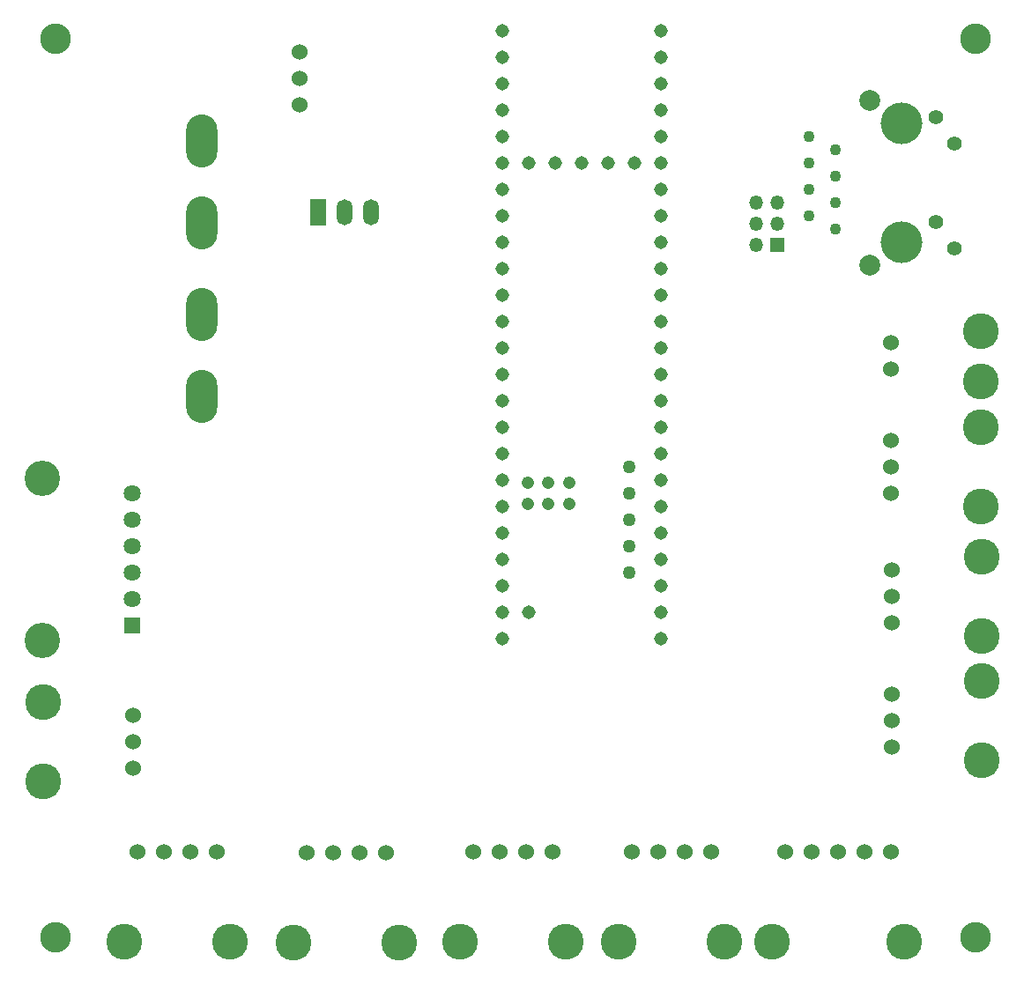
<source format=gbr>
%TF.GenerationSoftware,KiCad,Pcbnew,(6.0.7)*%
%TF.CreationDate,2022-11-16T19:30:54-06:00*%
%TF.ProjectId,ScienceSensor,53636965-6e63-4655-9365-6e736f722e6b,rev?*%
%TF.SameCoordinates,Original*%
%TF.FileFunction,Soldermask,Bot*%
%TF.FilePolarity,Negative*%
%FSLAX46Y46*%
G04 Gerber Fmt 4.6, Leading zero omitted, Abs format (unit mm)*
G04 Created by KiCad (PCBNEW (6.0.7)) date 2022-11-16 19:30:54*
%MOMM*%
%LPD*%
G01*
G04 APERTURE LIST*
%ADD10C,1.308000*%
%ADD11C,1.258000*%
%ADD12C,1.208000*%
%ADD13C,3.450000*%
%ADD14C,1.524000*%
%ADD15O,3.000000X5.100000*%
%ADD16C,2.946400*%
%ADD17R,1.500000X2.500000*%
%ADD18O,1.500000X2.500000*%
%ADD19C,1.100000*%
%ADD20C,1.400000*%
%ADD21C,4.000000*%
%ADD22C,2.000000*%
%ADD23C,3.400000*%
%ADD24R,1.635000X1.635000*%
%ADD25C,1.635000*%
%ADD26R,1.350000X1.350000*%
%ADD27O,1.350000X1.350000*%
G04 APERTURE END LIST*
D10*
%TO.C,U3*%
X158750000Y-105918000D03*
X158750000Y-103378000D03*
X158750000Y-100838000D03*
X158750000Y-98298000D03*
X158750000Y-72898000D03*
X143510000Y-103378000D03*
X153670000Y-62738000D03*
X158750000Y-95758000D03*
X158750000Y-93218000D03*
D11*
X155700000Y-102108000D03*
D10*
X158750000Y-90678000D03*
X158750000Y-88138000D03*
X158750000Y-85598000D03*
X158750000Y-83058000D03*
X158750000Y-80518000D03*
X158750000Y-77978000D03*
X158750000Y-75438000D03*
X143510000Y-75438000D03*
X143510000Y-77978000D03*
X143510000Y-80518000D03*
X143510000Y-83058000D03*
X143510000Y-85598000D03*
X143510000Y-88138000D03*
X143510000Y-90678000D03*
X143510000Y-93218000D03*
X143510000Y-95758000D03*
X143510000Y-98298000D03*
X143510000Y-100838000D03*
X158750000Y-70358000D03*
X158750000Y-67818000D03*
X158750000Y-65278000D03*
X158750000Y-62738000D03*
X158750000Y-60198000D03*
X158750000Y-57658000D03*
X158750000Y-55118000D03*
X158750000Y-52578000D03*
X158750000Y-50038000D03*
X143510000Y-50038000D03*
X143510000Y-52578000D03*
X143510000Y-55118000D03*
X143510000Y-57658000D03*
X143510000Y-60198000D03*
X143510000Y-62738000D03*
X143510000Y-65278000D03*
X143510000Y-67818000D03*
X143510000Y-70358000D03*
D11*
X155700000Y-97028000D03*
X155700000Y-99568000D03*
D10*
X158750000Y-108458000D03*
X143510000Y-72898000D03*
X143510000Y-105918000D03*
X151130000Y-62738000D03*
D12*
X147960000Y-93488000D03*
X147960000Y-95488000D03*
D10*
X146050000Y-62738000D03*
X148590000Y-62738000D03*
D12*
X145960000Y-95488000D03*
X145960000Y-93488000D03*
X149960000Y-93488000D03*
X149960000Y-95488000D03*
D11*
X155700000Y-94488000D03*
X155700000Y-91948000D03*
D10*
X156210000Y-62738000D03*
X143510000Y-108458000D03*
X146050000Y-105918000D03*
%TD*%
D13*
%TO.C,Conn10*%
X182118000Y-137541000D03*
X169418000Y-137541000D03*
D14*
X180848000Y-128905000D03*
X178308000Y-128905000D03*
X175768000Y-128905000D03*
X173228000Y-128905000D03*
X170688000Y-128905000D03*
%TD*%
D13*
%TO.C,Conn12*%
X189484000Y-88138000D03*
X189484000Y-95758000D03*
D14*
X180848000Y-89408000D03*
X180848000Y-91948000D03*
X180848000Y-94488000D03*
%TD*%
D13*
%TO.C,Conn13*%
X117348000Y-137541000D03*
X107188000Y-137541000D03*
D14*
X116078000Y-128905000D03*
X113538000Y-128905000D03*
X110998000Y-128905000D03*
X108458000Y-128905000D03*
%TD*%
D13*
%TO.C,Conn2*%
X189611000Y-100584000D03*
X189611000Y-108204000D03*
D14*
X180975000Y-101854000D03*
X180975000Y-104394000D03*
X180975000Y-106934000D03*
%TD*%
D15*
%TO.C,Conn5*%
X114687400Y-77258000D03*
X114687400Y-85132000D03*
%TD*%
D16*
%TO.C,V3*%
X188976000Y-137160000D03*
%TD*%
%TO.C,V2*%
X188976000Y-50800000D03*
%TD*%
%TO.C,V1*%
X100584000Y-50800000D03*
%TD*%
D15*
%TO.C,Conn1*%
X114687400Y-60579000D03*
X114687400Y-68453000D03*
%TD*%
D16*
%TO.C,V4*%
X100584000Y-137160000D03*
%TD*%
D13*
%TO.C,Conn6*%
X99441000Y-114554000D03*
X99441000Y-122174000D03*
D14*
X108077000Y-120904000D03*
X108077000Y-118364000D03*
X108077000Y-115824000D03*
%TD*%
D13*
%TO.C,Conn9*%
X149606000Y-137541000D03*
X139446000Y-137541000D03*
D14*
X148336000Y-128905000D03*
X145796000Y-128905000D03*
X143256000Y-128905000D03*
X140716000Y-128905000D03*
%TD*%
D17*
%TO.C,U1*%
X125815000Y-67454000D03*
D18*
X128355000Y-67454000D03*
X130895000Y-67454000D03*
%TD*%
D14*
%TO.C,U2*%
X124079000Y-57150000D03*
X124079000Y-54610000D03*
X124079000Y-52070000D03*
%TD*%
D13*
%TO.C,Conn8*%
X164846000Y-137541000D03*
X154686000Y-137541000D03*
D14*
X163576000Y-128905000D03*
X161036000Y-128905000D03*
X158496000Y-128905000D03*
X155956000Y-128905000D03*
%TD*%
D13*
%TO.C,Conn7*%
X189611000Y-120142000D03*
X189611000Y-112522000D03*
D14*
X180975000Y-113792000D03*
X180975000Y-116332000D03*
X180975000Y-118872000D03*
%TD*%
D13*
%TO.C,Conn11*%
X133604000Y-137668000D03*
X123444000Y-137668000D03*
D14*
X132334000Y-129032000D03*
X129794000Y-129032000D03*
X127254000Y-129032000D03*
X124714000Y-129032000D03*
%TD*%
D19*
%TO.C,J2*%
X175514000Y-69086000D03*
X172974000Y-67816000D03*
X175514000Y-66546000D03*
X172974000Y-65276000D03*
X175514000Y-64006000D03*
X172974000Y-62736000D03*
X175514000Y-61466000D03*
X172974000Y-60196000D03*
D20*
X186944000Y-70966000D03*
X185154000Y-68426000D03*
X186944000Y-60856000D03*
X185154000Y-58316000D03*
D21*
X181864000Y-70356000D03*
X181864000Y-58926000D03*
D22*
X178814000Y-72516000D03*
X178814000Y-56766000D03*
%TD*%
D23*
%TO.C,Conn4*%
X99310000Y-93088000D03*
X99310000Y-108588000D03*
D24*
X107950000Y-107188000D03*
D25*
X107950000Y-104648000D03*
X107950000Y-102108000D03*
X107950000Y-99568000D03*
X107950000Y-97028000D03*
X107950000Y-94488000D03*
%TD*%
D13*
%TO.C,Conn3*%
X189488000Y-78865000D03*
X189484000Y-83693000D03*
D14*
X180848000Y-80010000D03*
X180848000Y-82550000D03*
%TD*%
D26*
%TO.C,J1*%
X169910000Y-70580000D03*
D27*
X167910000Y-70580000D03*
X169910000Y-68580000D03*
X167910000Y-68580000D03*
X169910000Y-66580000D03*
X167910000Y-66580000D03*
%TD*%
M02*

</source>
